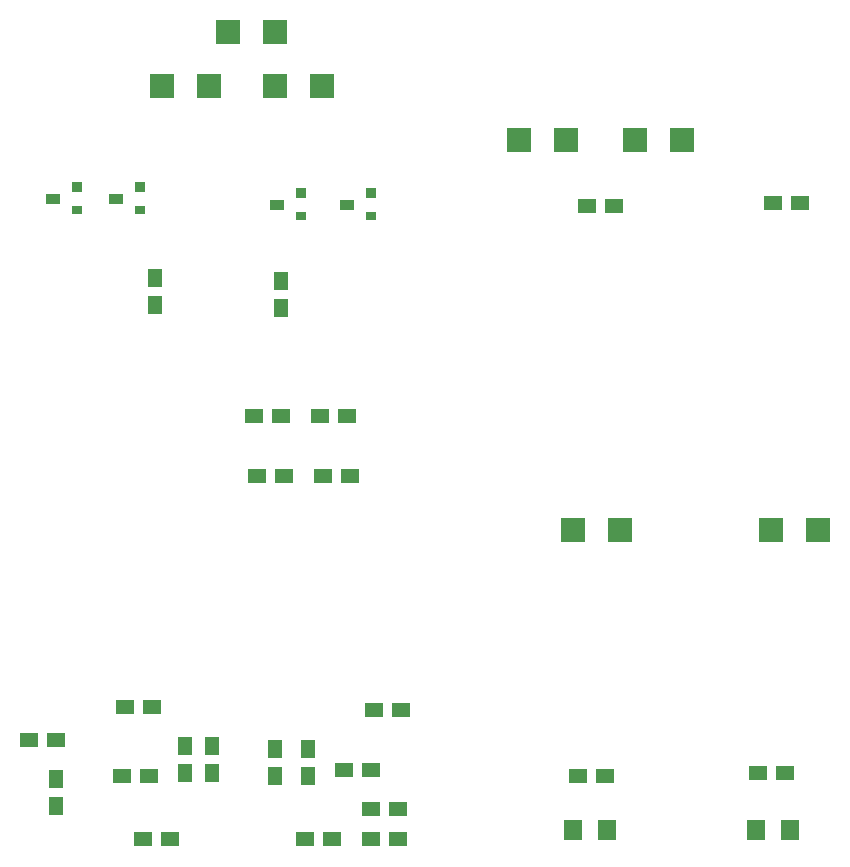
<source format=gbp>
G04 Layer_Color=128*
%FSLAX25Y25*%
%MOIN*%
G70*
G01*
G75*
%ADD10R,0.05000X0.03600*%
%ADD11R,0.03600X0.03600*%
%ADD12R,0.03600X0.03000*%
%ADD13R,0.05000X0.06000*%
%ADD14R,0.06000X0.05000*%
%ADD41R,0.07874X0.07874*%
%ADD42R,0.06200X0.07000*%
D10*
X430028Y420425D02*
D03*
X483524Y418425D02*
D03*
X409028Y420425D02*
D03*
X507028Y418425D02*
D03*
D11*
X438028Y424225D02*
D03*
X491524Y422225D02*
D03*
X417028Y424225D02*
D03*
X515028Y422225D02*
D03*
D12*
X438028Y416724D02*
D03*
X491524Y414724D02*
D03*
X417028Y416724D02*
D03*
X515028Y414724D02*
D03*
D13*
X483000Y237000D02*
D03*
Y228000D02*
D03*
X462000Y238000D02*
D03*
Y229000D02*
D03*
X409994Y227000D02*
D03*
Y218000D02*
D03*
X493994Y237000D02*
D03*
Y228000D02*
D03*
X452994Y238000D02*
D03*
Y229000D02*
D03*
X443000Y394000D02*
D03*
Y385000D02*
D03*
X485000Y393000D02*
D03*
Y384000D02*
D03*
D14*
X439000Y206994D02*
D03*
X448000D02*
D03*
X524000Y207006D02*
D03*
X515000D02*
D03*
X506000Y229994D02*
D03*
X515000D02*
D03*
X502000Y207006D02*
D03*
X493000D02*
D03*
X524000Y217000D02*
D03*
X515000D02*
D03*
X410000Y240000D02*
D03*
X401000D02*
D03*
X441000Y228006D02*
D03*
X432000D02*
D03*
X433000Y250994D02*
D03*
X442000D02*
D03*
X516000Y249994D02*
D03*
X525000D02*
D03*
X649000Y419000D02*
D03*
X658000D02*
D03*
X644000Y229000D02*
D03*
X653000D02*
D03*
X587000Y418000D02*
D03*
X596000D02*
D03*
X584000Y228000D02*
D03*
X593000D02*
D03*
X507000Y348006D02*
D03*
X498000D02*
D03*
X486000Y328006D02*
D03*
X477000D02*
D03*
X485000Y348006D02*
D03*
X476000D02*
D03*
X508000Y328006D02*
D03*
X499000D02*
D03*
D41*
X580000Y440006D02*
D03*
X564252D02*
D03*
X598000Y310000D02*
D03*
X582252D02*
D03*
X664000D02*
D03*
X648252D02*
D03*
X603000Y440000D02*
D03*
X618748D02*
D03*
X467252Y476000D02*
D03*
X483000D02*
D03*
X498748Y458000D02*
D03*
X483000D02*
D03*
X445252D02*
D03*
X461000D02*
D03*
D42*
X582400Y210000D02*
D03*
X593600D02*
D03*
X643400D02*
D03*
X654600D02*
D03*
M02*

</source>
